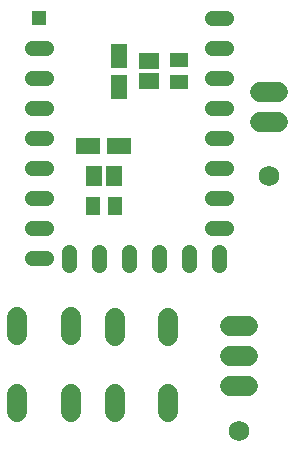
<source format=gbr>
G04 EAGLE Gerber RS-274X export*
G75*
%MOMM*%
%FSLAX34Y34*%
%LPD*%
%INSoldermask Bottom*%
%IPPOS*%
%AMOC8*
5,1,8,0,0,1.08239X$1,22.5*%
G01*
G04 Define Apertures*
%ADD10C,1.727200*%
%ADD11R,1.367800X1.668500*%
%ADD12R,1.668500X1.367800*%
%ADD13R,1.998700X1.391900*%
%ADD14R,1.391900X1.998700*%
%ADD15C,1.727200*%
%ADD16R,1.234400X1.623400*%
%ADD17R,1.623400X1.234400*%
%ADD18R,1.311200X1.311200*%
%ADD19C,1.311200*%
D10*
X266700Y254000D03*
X241300Y38100D03*
D11*
X135754Y254000D03*
X118246Y254000D03*
D12*
X165100Y334146D03*
X165100Y351654D03*
D13*
X140099Y279400D03*
X113901Y279400D03*
D14*
X139700Y329801D03*
X139700Y355999D03*
D15*
X258880Y299520D02*
X274120Y299520D01*
X274120Y324920D02*
X258880Y324920D01*
D16*
X136195Y228600D03*
X117805Y228600D03*
D17*
X190500Y333705D03*
X190500Y352095D03*
D15*
X233680Y76200D02*
X248920Y76200D01*
X248920Y101600D02*
X233680Y101600D01*
X233680Y127000D02*
X248920Y127000D01*
X98806Y134620D02*
X98806Y119380D01*
X53594Y119380D02*
X53594Y134620D01*
X98806Y69596D02*
X98806Y54356D01*
X53594Y54356D02*
X53594Y69596D01*
X181356Y118872D02*
X181356Y134112D01*
X136144Y134112D02*
X136144Y118872D01*
X181356Y69088D02*
X181356Y53848D01*
X136144Y53848D02*
X136144Y69088D01*
D18*
X72040Y387400D03*
D19*
X66500Y362000D02*
X77580Y362000D01*
X77580Y336600D02*
X66500Y336600D01*
X66500Y311200D02*
X77580Y311200D01*
X77580Y285800D02*
X66500Y285800D01*
X66500Y260400D02*
X77580Y260400D01*
X77580Y235000D02*
X66500Y235000D01*
X66500Y209600D02*
X77580Y209600D01*
X77580Y184200D02*
X66500Y184200D01*
X97440Y178660D02*
X97440Y189740D01*
X122840Y189740D02*
X122840Y178660D01*
X148240Y178660D02*
X148240Y189740D01*
X173640Y189740D02*
X173640Y178660D01*
X199040Y178660D02*
X199040Y189740D01*
X224440Y189740D02*
X224440Y178660D01*
X229980Y209600D02*
X218900Y209600D01*
X218900Y235000D02*
X229980Y235000D01*
X229980Y260400D02*
X218900Y260400D01*
X218900Y285800D02*
X229980Y285800D01*
X229980Y311200D02*
X218900Y311200D01*
X218900Y336600D02*
X229980Y336600D01*
X229980Y362000D02*
X218900Y362000D01*
X218900Y387400D02*
X229980Y387400D01*
M02*

</source>
